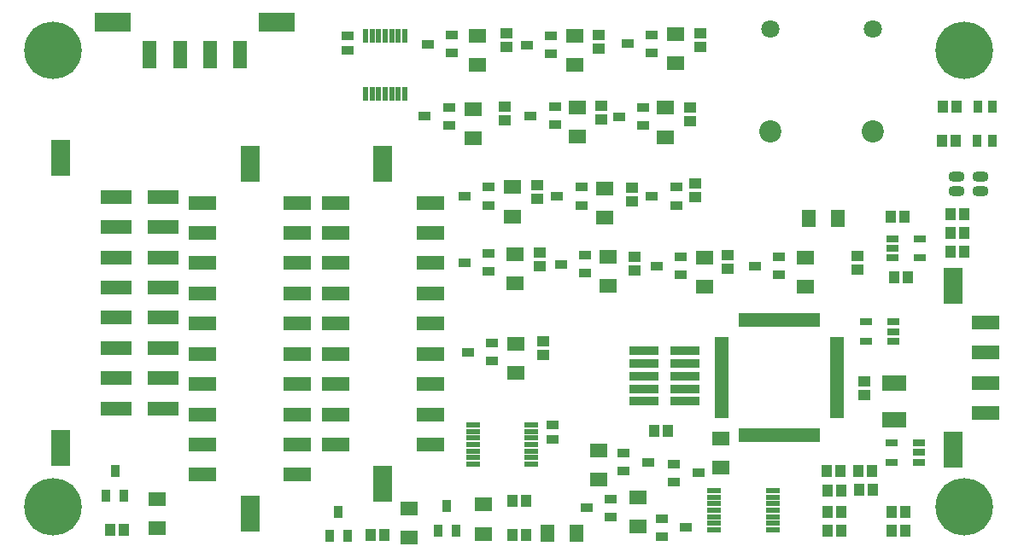
<source format=gts>
G04 Layer_Color=8388736*
%FSLAX44Y44*%
%MOMM*%
G71*
G01*
G75*
%ADD49R,1.8500X3.6300*%
%ADD50R,2.7400X1.4700*%
%ADD51R,1.1500X0.9500*%
%ADD52R,1.4600X0.5600*%
%ADD53R,1.8000X1.4000*%
%ADD54R,1.2000X0.8500*%
%ADD55R,1.0000X1.1500*%
%ADD56R,1.2000X0.8000*%
%ADD57R,3.0000X0.9500*%
%ADD58R,1.8500X3.6300*%
%ADD59R,1.4700X2.7400*%
%ADD60R,3.6300X1.8500*%
%ADD61R,0.9500X1.1500*%
%ADD62R,2.3500X1.6500*%
%ADD63R,1.1500X1.0000*%
%ADD64R,0.5000X1.4000*%
%ADD65R,1.4000X0.5000*%
%ADD66O,1.6000X1.1000*%
%ADD67R,0.8500X1.2000*%
%ADD68R,0.5600X1.4600*%
%ADD69R,1.4000X1.8000*%
%ADD70R,3.1200X1.4700*%
%ADD71C,5.7000*%
%ADD72C,1.8000*%
%ADD73C,2.2000*%
D49*
X495200Y292950D02*
D03*
Y640850D02*
D03*
X626950Y322950D02*
D03*
Y640850D02*
D03*
X307850Y646600D02*
D03*
Y358700D02*
D03*
D50*
X448200Y331900D02*
D03*
Y361900D02*
D03*
Y391900D02*
D03*
Y421900D02*
D03*
Y451900D02*
D03*
Y481900D02*
D03*
Y511900D02*
D03*
Y541900D02*
D03*
Y571900D02*
D03*
Y601900D02*
D03*
X542200Y331900D02*
D03*
Y361900D02*
D03*
Y391900D02*
D03*
Y421900D02*
D03*
Y451900D02*
D03*
Y481900D02*
D03*
Y511900D02*
D03*
Y541900D02*
D03*
Y571900D02*
D03*
Y601900D02*
D03*
X1224450Y483150D02*
D03*
Y453150D02*
D03*
Y423150D02*
D03*
Y393150D02*
D03*
X579950Y361900D02*
D03*
Y391900D02*
D03*
Y421900D02*
D03*
Y451900D02*
D03*
Y481900D02*
D03*
Y511900D02*
D03*
Y541900D02*
D03*
Y571900D02*
D03*
Y601900D02*
D03*
X673950Y361900D02*
D03*
Y391900D02*
D03*
Y421900D02*
D03*
Y451900D02*
D03*
Y481900D02*
D03*
Y511900D02*
D03*
Y541900D02*
D03*
Y571900D02*
D03*
Y601900D02*
D03*
D51*
X795250Y367000D02*
D03*
Y381500D02*
D03*
X591750Y753250D02*
D03*
Y767750D02*
D03*
D52*
X716000Y381500D02*
D03*
Y375000D02*
D03*
Y368500D02*
D03*
Y362000D02*
D03*
Y355500D02*
D03*
Y349000D02*
D03*
Y342500D02*
D03*
X774000Y381500D02*
D03*
Y375000D02*
D03*
Y368500D02*
D03*
Y362000D02*
D03*
Y355500D02*
D03*
Y349000D02*
D03*
Y342500D02*
D03*
X955250Y316250D02*
D03*
Y309750D02*
D03*
Y303250D02*
D03*
Y296750D02*
D03*
Y290250D02*
D03*
Y283750D02*
D03*
Y277250D02*
D03*
X1013250Y316250D02*
D03*
Y309750D02*
D03*
Y303250D02*
D03*
Y296750D02*
D03*
Y290250D02*
D03*
Y283750D02*
D03*
Y277250D02*
D03*
D53*
X403500Y307750D02*
D03*
Y278750D02*
D03*
X880000Y309750D02*
D03*
Y280750D02*
D03*
X961500Y368250D02*
D03*
Y339250D02*
D03*
X716500Y695000D02*
D03*
Y666000D02*
D03*
X721000Y767500D02*
D03*
Y738500D02*
D03*
X817500Y767500D02*
D03*
Y738500D02*
D03*
X917250Y769000D02*
D03*
Y740000D02*
D03*
X819750Y696500D02*
D03*
Y667500D02*
D03*
X906500Y696000D02*
D03*
Y667000D02*
D03*
X755250Y617250D02*
D03*
Y588250D02*
D03*
X847000Y616250D02*
D03*
Y587250D02*
D03*
X757500Y550750D02*
D03*
Y521750D02*
D03*
X849750Y548250D02*
D03*
Y519250D02*
D03*
X945500Y547500D02*
D03*
Y518500D02*
D03*
X759000Y461750D02*
D03*
Y432750D02*
D03*
X1045500Y547250D02*
D03*
Y518250D02*
D03*
X652500Y298500D02*
D03*
Y269500D02*
D03*
X841250Y356000D02*
D03*
Y327000D02*
D03*
X726750Y273250D02*
D03*
Y302250D02*
D03*
D54*
X799500Y608250D02*
D03*
X823500Y617250D02*
D03*
Y599250D02*
D03*
X865750Y353500D02*
D03*
Y335500D02*
D03*
X889750Y344500D02*
D03*
X903500Y288500D02*
D03*
Y270500D02*
D03*
X927500Y279500D02*
D03*
X939500Y333750D02*
D03*
X915500Y324750D02*
D03*
Y342750D02*
D03*
X852750Y290000D02*
D03*
Y308000D02*
D03*
X828750Y299000D02*
D03*
X692500Y678750D02*
D03*
Y696750D02*
D03*
X668500Y687750D02*
D03*
X671500Y759250D02*
D03*
X695500Y768250D02*
D03*
Y750250D02*
D03*
X793750Y749500D02*
D03*
Y767500D02*
D03*
X769750Y758500D02*
D03*
X869750Y759500D02*
D03*
X893750Y768500D02*
D03*
Y750500D02*
D03*
X797500Y679000D02*
D03*
Y697000D02*
D03*
X773500Y688000D02*
D03*
X860750Y687250D02*
D03*
X884750Y696250D02*
D03*
Y678250D02*
D03*
X731750Y599250D02*
D03*
Y617250D02*
D03*
X707750Y608250D02*
D03*
X917500Y599250D02*
D03*
Y617250D02*
D03*
X893500Y608250D02*
D03*
X707750Y542500D02*
D03*
X731750Y551500D02*
D03*
Y533500D02*
D03*
X827250Y531750D02*
D03*
Y549750D02*
D03*
X803250Y540750D02*
D03*
X898000Y539000D02*
D03*
X922000Y548000D02*
D03*
Y530000D02*
D03*
X1019750D02*
D03*
Y548000D02*
D03*
X995750Y539000D02*
D03*
X711250Y453500D02*
D03*
X735250Y462500D02*
D03*
Y444500D02*
D03*
D55*
X1144250Y588250D02*
D03*
X1130750D02*
D03*
X1133500Y527500D02*
D03*
X1147000D02*
D03*
X1145000Y294750D02*
D03*
X1131500D02*
D03*
X1145000Y276750D02*
D03*
X1131500D02*
D03*
X1081250Y276000D02*
D03*
X1067750D02*
D03*
X1081250Y295000D02*
D03*
X1067750D02*
D03*
X1112000Y335250D02*
D03*
X1098500D02*
D03*
X1112250Y317250D02*
D03*
X1098750D02*
D03*
X1081250Y316250D02*
D03*
X1067750D02*
D03*
X1080500Y335250D02*
D03*
X1067000D02*
D03*
X1181750Y697000D02*
D03*
X1195250D02*
D03*
X1181500Y663250D02*
D03*
X1195000D02*
D03*
X1203000Y571750D02*
D03*
X1189500D02*
D03*
X1203000Y590750D02*
D03*
X1189500D02*
D03*
Y553250D02*
D03*
X1203000D02*
D03*
X615000Y271750D02*
D03*
X628500D02*
D03*
X896250Y375750D02*
D03*
X909750D02*
D03*
X755000Y305750D02*
D03*
X768500D02*
D03*
Y272250D02*
D03*
X755000D02*
D03*
X370000Y277250D02*
D03*
X356500D02*
D03*
D56*
X1159250Y566250D02*
D03*
Y547250D02*
D03*
X1132250D02*
D03*
Y556750D02*
D03*
Y566250D02*
D03*
X1133000Y464500D02*
D03*
Y474000D02*
D03*
Y483500D02*
D03*
X1106000D02*
D03*
Y464500D02*
D03*
X1158500Y344500D02*
D03*
Y354000D02*
D03*
Y363500D02*
D03*
X1131500D02*
D03*
Y344500D02*
D03*
D57*
X885750Y454751D02*
D03*
Y442251D02*
D03*
Y429751D02*
D03*
Y417251D02*
D03*
Y404751D02*
D03*
X926750Y454751D02*
D03*
Y442251D02*
D03*
Y429751D02*
D03*
Y417251D02*
D03*
Y404751D02*
D03*
D58*
X1192450Y356800D02*
D03*
Y519500D02*
D03*
D59*
X485650Y749050D02*
D03*
X455650D02*
D03*
X425650D02*
D03*
X395650D02*
D03*
D60*
X359300Y781050D02*
D03*
X522000D02*
D03*
D61*
X1216500Y697000D02*
D03*
X1231000D02*
D03*
X1216250Y663250D02*
D03*
X1230750D02*
D03*
D62*
X1133500Y386250D02*
D03*
Y423250D02*
D03*
D63*
X1104000Y410750D02*
D03*
Y424250D02*
D03*
X747750Y697250D02*
D03*
Y683750D02*
D03*
X749500Y769750D02*
D03*
Y756250D02*
D03*
X841000Y768500D02*
D03*
Y755000D02*
D03*
X941750Y770000D02*
D03*
Y756500D02*
D03*
X843250Y684500D02*
D03*
Y698000D02*
D03*
X931500Y696500D02*
D03*
Y683000D02*
D03*
X780000Y619500D02*
D03*
Y606000D02*
D03*
X874250Y616500D02*
D03*
Y603000D02*
D03*
X936250Y620750D02*
D03*
Y607250D02*
D03*
X782750Y552250D02*
D03*
Y538750D02*
D03*
X876750Y548500D02*
D03*
Y535000D02*
D03*
X969000Y549500D02*
D03*
Y536000D02*
D03*
X785750Y464000D02*
D03*
Y450500D02*
D03*
X1097750Y548750D02*
D03*
Y535250D02*
D03*
D64*
X1057250Y371000D02*
D03*
X1052250D02*
D03*
X1047250D02*
D03*
X1042250D02*
D03*
X1037250D02*
D03*
X1032250D02*
D03*
X1027250D02*
D03*
X1022250D02*
D03*
X1017250D02*
D03*
X1012250D02*
D03*
X1007250D02*
D03*
X1002250D02*
D03*
X997250D02*
D03*
X992250D02*
D03*
X987250D02*
D03*
X982250D02*
D03*
Y485500D02*
D03*
X987250D02*
D03*
X992250D02*
D03*
X997250D02*
D03*
X1002250D02*
D03*
X1007250D02*
D03*
X1012250D02*
D03*
X1017250D02*
D03*
X1022250D02*
D03*
X1027250D02*
D03*
X1032250D02*
D03*
X1037250D02*
D03*
X1042250D02*
D03*
X1047250D02*
D03*
X1052250D02*
D03*
X1057250D02*
D03*
D65*
X962500Y390750D02*
D03*
Y395750D02*
D03*
Y400750D02*
D03*
Y405750D02*
D03*
Y410750D02*
D03*
Y415750D02*
D03*
Y420750D02*
D03*
Y425750D02*
D03*
Y430750D02*
D03*
Y435750D02*
D03*
Y440750D02*
D03*
Y445750D02*
D03*
Y450750D02*
D03*
Y455750D02*
D03*
Y460750D02*
D03*
Y465750D02*
D03*
X1077000D02*
D03*
Y460750D02*
D03*
Y455750D02*
D03*
Y450750D02*
D03*
Y445750D02*
D03*
Y440750D02*
D03*
Y435750D02*
D03*
Y430750D02*
D03*
Y425750D02*
D03*
Y420750D02*
D03*
Y415750D02*
D03*
Y410750D02*
D03*
Y405750D02*
D03*
Y400750D02*
D03*
Y395750D02*
D03*
Y390750D02*
D03*
D66*
X1196000Y628000D02*
D03*
Y613000D02*
D03*
X1219000Y628000D02*
D03*
Y613000D02*
D03*
D67*
X361250Y335250D02*
D03*
X370250Y311250D02*
D03*
X352250D02*
D03*
X681250Y276750D02*
D03*
X699250D02*
D03*
X690250Y300750D02*
D03*
X582750Y295250D02*
D03*
X591750Y271250D02*
D03*
X573750D02*
D03*
D68*
X609750Y709750D02*
D03*
X616250D02*
D03*
X622750D02*
D03*
X629250D02*
D03*
X635750D02*
D03*
X642250D02*
D03*
X648750D02*
D03*
X609750Y767750D02*
D03*
X616250D02*
D03*
X622750D02*
D03*
X629250D02*
D03*
X635750D02*
D03*
X642250D02*
D03*
X648750D02*
D03*
D69*
X1048750Y586250D02*
D03*
X1077750D02*
D03*
X819250Y274250D02*
D03*
X790250D02*
D03*
D70*
X408850Y607650D02*
D03*
Y577650D02*
D03*
Y547650D02*
D03*
Y517650D02*
D03*
Y487650D02*
D03*
Y457650D02*
D03*
Y427650D02*
D03*
Y397650D02*
D03*
X362650Y607650D02*
D03*
Y577650D02*
D03*
Y547650D02*
D03*
Y517650D02*
D03*
Y487650D02*
D03*
Y457650D02*
D03*
Y427650D02*
D03*
Y397650D02*
D03*
D71*
X300000Y753250D02*
D03*
X300000Y300250D02*
D03*
X1203250Y753250D02*
D03*
Y300250D02*
D03*
D72*
X1011000Y774250D02*
D03*
X1112600D02*
D03*
D73*
X1011000Y672650D02*
D03*
X1112600D02*
D03*
M02*

</source>
